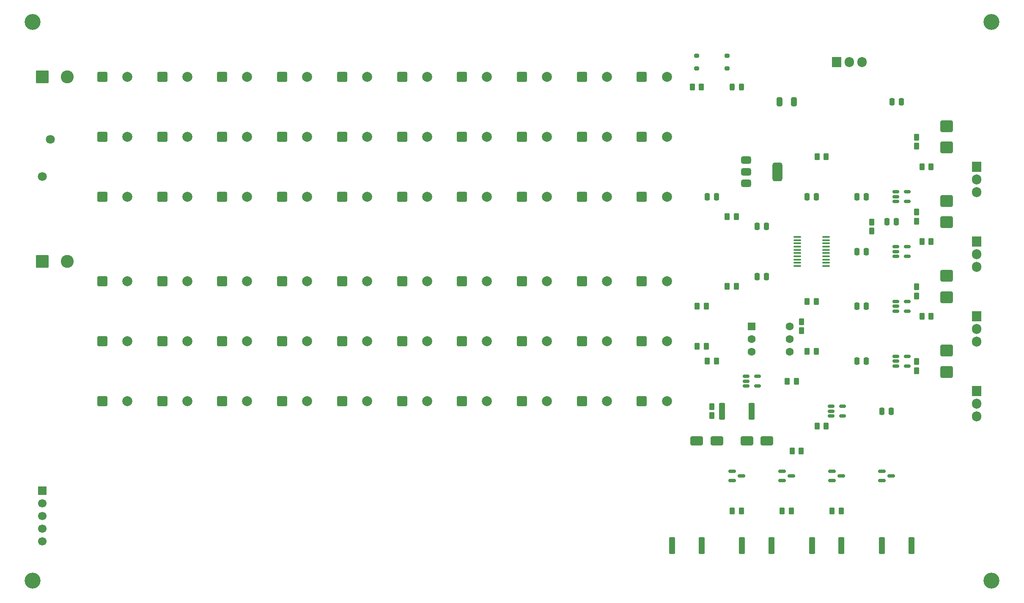
<source format=gts>
%TF.GenerationSoftware,KiCad,Pcbnew,9.0.7*%
%TF.CreationDate,2026-01-18T22:31:57-08:00*%
%TF.ProjectId,softstart,736f6674-7374-4617-9274-2e6b69636164,B*%
%TF.SameCoordinates,Original*%
%TF.FileFunction,Soldermask,Top*%
%TF.FilePolarity,Negative*%
%FSLAX46Y46*%
G04 Gerber Fmt 4.6, Leading zero omitted, Abs format (unit mm)*
G04 Created by KiCad (PCBNEW 9.0.7) date 2026-01-18 22:31:57*
%MOMM*%
%LPD*%
G01*
G04 APERTURE LIST*
G04 Aperture macros list*
%AMRoundRect*
0 Rectangle with rounded corners*
0 $1 Rounding radius*
0 $2 $3 $4 $5 $6 $7 $8 $9 X,Y pos of 4 corners*
0 Add a 4 corners polygon primitive as box body*
4,1,4,$2,$3,$4,$5,$6,$7,$8,$9,$2,$3,0*
0 Add four circle primitives for the rounded corners*
1,1,$1+$1,$2,$3*
1,1,$1+$1,$4,$5*
1,1,$1+$1,$6,$7*
1,1,$1+$1,$8,$9*
0 Add four rect primitives between the rounded corners*
20,1,$1+$1,$2,$3,$4,$5,0*
20,1,$1+$1,$4,$5,$6,$7,0*
20,1,$1+$1,$6,$7,$8,$9,0*
20,1,$1+$1,$8,$9,$2,$3,0*%
G04 Aperture macros list end*
%ADD10RoundRect,0.250000X-0.250000X-0.475000X0.250000X-0.475000X0.250000X0.475000X-0.250000X0.475000X0*%
%ADD11RoundRect,0.250000X-0.325000X-0.650000X0.325000X-0.650000X0.325000X0.650000X-0.325000X0.650000X0*%
%ADD12RoundRect,0.250000X-0.750000X-0.750000X0.750000X-0.750000X0.750000X0.750000X-0.750000X0.750000X0*%
%ADD13C,2.000000*%
%ADD14RoundRect,0.250000X-1.000000X-0.900000X1.000000X-0.900000X1.000000X0.900000X-1.000000X0.900000X0*%
%ADD15RoundRect,0.200000X-0.300000X-0.200000X0.300000X-0.200000X0.300000X0.200000X-0.300000X0.200000X0*%
%ADD16RoundRect,0.250000X-1.000000X-0.650000X1.000000X-0.650000X1.000000X0.650000X-1.000000X0.650000X0*%
%ADD17RoundRect,0.243750X-0.243750X-0.456250X0.243750X-0.456250X0.243750X0.456250X-0.243750X0.456250X0*%
%ADD18RoundRect,0.250000X-1.050000X-1.050000X1.050000X-1.050000X1.050000X1.050000X-1.050000X1.050000X0*%
%ADD19C,2.600000*%
%ADD20R,1.700000X1.700000*%
%ADD21C,1.700000*%
%ADD22R,1.905000X2.000000*%
%ADD23O,1.905000X2.000000*%
%ADD24RoundRect,0.150000X-0.587500X-0.150000X0.587500X-0.150000X0.587500X0.150000X-0.587500X0.150000X0*%
%ADD25RoundRect,0.250000X-0.262500X-0.450000X0.262500X-0.450000X0.262500X0.450000X-0.262500X0.450000X0*%
%ADD26RoundRect,0.250000X-0.362500X-1.425000X0.362500X-1.425000X0.362500X1.425000X-0.362500X1.425000X0*%
%ADD27C,1.800000*%
%ADD28RoundRect,0.100000X-0.637500X-0.100000X0.637500X-0.100000X0.637500X0.100000X-0.637500X0.100000X0*%
%ADD29RoundRect,0.150000X-0.512500X-0.150000X0.512500X-0.150000X0.512500X0.150000X-0.512500X0.150000X0*%
%ADD30RoundRect,0.250000X-0.550000X-0.550000X0.550000X-0.550000X0.550000X0.550000X-0.550000X0.550000X0*%
%ADD31C,1.600000*%
%ADD32RoundRect,0.375000X-0.625000X-0.375000X0.625000X-0.375000X0.625000X0.375000X-0.625000X0.375000X0*%
%ADD33RoundRect,0.500000X-0.500000X-1.400000X0.500000X-1.400000X0.500000X1.400000X-0.500000X1.400000X0*%
%ADD34C,3.200000*%
G04 APERTURE END LIST*
D10*
%TO.C,C1*%
X187550000Y-84000000D03*
X189450000Y-84000000D03*
%TD*%
%TO.C,C2*%
X207550000Y-84000000D03*
X209450000Y-84000000D03*
%TD*%
%TO.C,C3*%
X197550000Y-90000000D03*
X199450000Y-90000000D03*
%TD*%
%TO.C,C4*%
X197550000Y-100000000D03*
X199450000Y-100000000D03*
%TD*%
%TO.C,C5*%
X222550000Y-127000000D03*
X224450000Y-127000000D03*
%TD*%
D11*
%TO.C,C8*%
X202025000Y-65000000D03*
X204975000Y-65000000D03*
%TD*%
D10*
%TO.C,C9*%
X224550000Y-65000000D03*
X226450000Y-65000000D03*
%TD*%
%TO.C,C10*%
X217550000Y-84000000D03*
X219450000Y-84000000D03*
%TD*%
%TO.C,C11*%
X217550000Y-95000000D03*
X219450000Y-95000000D03*
%TD*%
%TO.C,C12*%
X217550000Y-106000000D03*
X219450000Y-106000000D03*
%TD*%
%TO.C,C13*%
X217550000Y-117000000D03*
X219450000Y-117000000D03*
%TD*%
%TO.C,C14*%
X223550000Y-89000000D03*
X225450000Y-89000000D03*
%TD*%
D12*
%TO.C,C101*%
X66500000Y-60000000D03*
D13*
X71500000Y-60000000D03*
%TD*%
D12*
%TO.C,C102*%
X78500000Y-60000000D03*
D13*
X83500000Y-60000000D03*
%TD*%
D12*
%TO.C,C103*%
X90500000Y-60000000D03*
D13*
X95500000Y-60000000D03*
%TD*%
D12*
%TO.C,C104*%
X102500000Y-60000000D03*
D13*
X107500000Y-60000000D03*
%TD*%
D12*
%TO.C,C105*%
X114500000Y-60000000D03*
D13*
X119500000Y-60000000D03*
%TD*%
D12*
%TO.C,C106*%
X126500000Y-60000000D03*
D13*
X131500000Y-60000000D03*
%TD*%
D12*
%TO.C,C107*%
X138500000Y-60000000D03*
D13*
X143500000Y-60000000D03*
%TD*%
D12*
%TO.C,C108*%
X150500000Y-60000000D03*
D13*
X155500000Y-60000000D03*
%TD*%
D12*
%TO.C,C109*%
X162500000Y-60000000D03*
D13*
X167500000Y-60000000D03*
%TD*%
D12*
%TO.C,C110*%
X174500000Y-60000000D03*
D13*
X179500000Y-60000000D03*
%TD*%
D12*
%TO.C,C111*%
X66500000Y-72000000D03*
D13*
X71500000Y-72000000D03*
%TD*%
D12*
%TO.C,C112*%
X78500000Y-72000000D03*
D13*
X83500000Y-72000000D03*
%TD*%
D12*
%TO.C,C113*%
X90500000Y-72000000D03*
D13*
X95500000Y-72000000D03*
%TD*%
D12*
%TO.C,C114*%
X102500000Y-72000000D03*
D13*
X107500000Y-72000000D03*
%TD*%
D12*
%TO.C,C115*%
X114500000Y-72000000D03*
D13*
X119500000Y-72000000D03*
%TD*%
D12*
%TO.C,C116*%
X126500000Y-72000000D03*
D13*
X131500000Y-72000000D03*
%TD*%
D12*
%TO.C,C117*%
X138500000Y-72000000D03*
D13*
X143500000Y-72000000D03*
%TD*%
D12*
%TO.C,C118*%
X150500000Y-72000000D03*
D13*
X155500000Y-72000000D03*
%TD*%
D12*
%TO.C,C119*%
X162500000Y-72000000D03*
D13*
X167500000Y-72000000D03*
%TD*%
D12*
%TO.C,C120*%
X174500000Y-72000000D03*
D13*
X179500000Y-72000000D03*
%TD*%
D12*
%TO.C,C121*%
X66500000Y-84000000D03*
D13*
X71500000Y-84000000D03*
%TD*%
D12*
%TO.C,C122*%
X78500000Y-84000000D03*
D13*
X83500000Y-84000000D03*
%TD*%
D12*
%TO.C,C123*%
X90500000Y-84000000D03*
D13*
X95500000Y-84000000D03*
%TD*%
D12*
%TO.C,C124*%
X102500000Y-84000000D03*
D13*
X107500000Y-84000000D03*
%TD*%
D12*
%TO.C,C125*%
X114500000Y-84000000D03*
D13*
X119500000Y-84000000D03*
%TD*%
D12*
%TO.C,C126*%
X126500000Y-84000000D03*
D13*
X131500000Y-84000000D03*
%TD*%
D12*
%TO.C,C127*%
X138500000Y-84000000D03*
D13*
X143500000Y-84000000D03*
%TD*%
D12*
%TO.C,C128*%
X150500000Y-84000000D03*
D13*
X155500000Y-84000000D03*
%TD*%
D12*
%TO.C,C129*%
X162500000Y-84000000D03*
D13*
X167500000Y-84000000D03*
%TD*%
D12*
%TO.C,C130*%
X174500000Y-84000000D03*
D13*
X179500000Y-84000000D03*
%TD*%
D12*
%TO.C,C131*%
X66500000Y-101000000D03*
D13*
X71500000Y-101000000D03*
%TD*%
D12*
%TO.C,C132*%
X78500000Y-101000000D03*
D13*
X83500000Y-101000000D03*
%TD*%
D12*
%TO.C,C133*%
X90500000Y-101000000D03*
D13*
X95500000Y-101000000D03*
%TD*%
D12*
%TO.C,C134*%
X102500000Y-101000000D03*
D13*
X107500000Y-101000000D03*
%TD*%
D12*
%TO.C,C135*%
X114500000Y-101000000D03*
D13*
X119500000Y-101000000D03*
%TD*%
D12*
%TO.C,C136*%
X126500000Y-101000000D03*
D13*
X131500000Y-101000000D03*
%TD*%
D12*
%TO.C,C137*%
X138500000Y-101000000D03*
D13*
X143500000Y-101000000D03*
%TD*%
D12*
%TO.C,C138*%
X150500000Y-101000000D03*
D13*
X155500000Y-101000000D03*
%TD*%
D12*
%TO.C,C139*%
X162500000Y-101000000D03*
D13*
X167500000Y-101000000D03*
%TD*%
D12*
%TO.C,C140*%
X174500000Y-101000000D03*
D13*
X179500000Y-101000000D03*
%TD*%
D12*
%TO.C,C141*%
X66500000Y-113000000D03*
D13*
X71500000Y-113000000D03*
%TD*%
D12*
%TO.C,C142*%
X78500000Y-113000000D03*
D13*
X83500000Y-113000000D03*
%TD*%
D12*
%TO.C,C143*%
X90500000Y-113000000D03*
D13*
X95500000Y-113000000D03*
%TD*%
D12*
%TO.C,C144*%
X102500000Y-113000000D03*
D13*
X107500000Y-113000000D03*
%TD*%
D12*
%TO.C,C145*%
X114500000Y-113000000D03*
D13*
X119500000Y-113000000D03*
%TD*%
D12*
%TO.C,C146*%
X126500000Y-113000000D03*
D13*
X131500000Y-113000000D03*
%TD*%
D12*
%TO.C,C147*%
X138500000Y-113000000D03*
D13*
X143500000Y-113000000D03*
%TD*%
D12*
%TO.C,C148*%
X150500000Y-113000000D03*
D13*
X155500000Y-113000000D03*
%TD*%
D12*
%TO.C,C149*%
X162500000Y-113000000D03*
D13*
X167500000Y-113000000D03*
%TD*%
D12*
%TO.C,C150*%
X174500000Y-113000000D03*
D13*
X179500000Y-113000000D03*
%TD*%
D12*
%TO.C,C151*%
X66500000Y-125000000D03*
D13*
X71500000Y-125000000D03*
%TD*%
D12*
%TO.C,C152*%
X78500000Y-125000000D03*
D13*
X83500000Y-125000000D03*
%TD*%
D12*
%TO.C,C153*%
X90500000Y-125000000D03*
D13*
X95500000Y-125000000D03*
%TD*%
D12*
%TO.C,C154*%
X102500000Y-125000000D03*
D13*
X107500000Y-125000000D03*
%TD*%
D12*
%TO.C,C155*%
X114500000Y-125000000D03*
D13*
X119500000Y-125000000D03*
%TD*%
D12*
%TO.C,C156*%
X126500000Y-125000000D03*
D13*
X131500000Y-125000000D03*
%TD*%
D12*
%TO.C,C157*%
X138500000Y-125000000D03*
D13*
X143500000Y-125000000D03*
%TD*%
D12*
%TO.C,C158*%
X150500000Y-125000000D03*
D13*
X155500000Y-125000000D03*
%TD*%
D12*
%TO.C,C159*%
X162500000Y-125000000D03*
D13*
X167500000Y-125000000D03*
%TD*%
D12*
%TO.C,C160*%
X174500000Y-125000000D03*
D13*
X179500000Y-125000000D03*
%TD*%
D14*
%TO.C,D1*%
X235500000Y-74150000D03*
X235500000Y-69850000D03*
%TD*%
%TO.C,D2*%
X235500000Y-89150000D03*
X235500000Y-84850000D03*
%TD*%
%TO.C,D3*%
X235500000Y-104150000D03*
X235500000Y-99850000D03*
%TD*%
%TO.C,D4*%
X235500000Y-119150000D03*
X235500000Y-114850000D03*
%TD*%
D15*
%TO.C,D5*%
X185425000Y-55730000D03*
X185425000Y-58270000D03*
X191575000Y-58270000D03*
X191575000Y-55730000D03*
%TD*%
D16*
%TO.C,D6*%
X185500000Y-133000000D03*
X189500000Y-133000000D03*
%TD*%
%TO.C,D7*%
X195500000Y-133000000D03*
X199500000Y-133000000D03*
%TD*%
D17*
%TO.C,D8*%
X192562500Y-62000000D03*
X194437500Y-62000000D03*
%TD*%
D18*
%TO.C,J1*%
X54500000Y-60000000D03*
D19*
X59500000Y-60000000D03*
%TD*%
D18*
%TO.C,J2*%
X54500000Y-97000000D03*
D19*
X59500000Y-97000000D03*
%TD*%
D20*
%TO.C,J3*%
X54500000Y-143000000D03*
D21*
X54500000Y-145540000D03*
X54500000Y-148080000D03*
X54500000Y-150620000D03*
X54500000Y-153160000D03*
%TD*%
D22*
%TO.C,Q1*%
X241500000Y-78000000D03*
D23*
X241500000Y-80540000D03*
X241500000Y-83080000D03*
%TD*%
D22*
%TO.C,Q2*%
X241500000Y-93000000D03*
D23*
X241500000Y-95540000D03*
X241500000Y-98080000D03*
%TD*%
D22*
%TO.C,Q3*%
X241500000Y-108000000D03*
D23*
X241500000Y-110540000D03*
X241500000Y-113080000D03*
%TD*%
D22*
%TO.C,Q4*%
X241500000Y-123000000D03*
D23*
X241500000Y-125540000D03*
X241500000Y-128080000D03*
%TD*%
D24*
%TO.C,Q5*%
X192562500Y-139050000D03*
X192562500Y-140950000D03*
X194437500Y-140000000D03*
%TD*%
%TO.C,Q6*%
X202562500Y-139050000D03*
X202562500Y-140950000D03*
X204437500Y-140000000D03*
%TD*%
%TO.C,Q7*%
X212562500Y-139050000D03*
X212562500Y-140950000D03*
X214437500Y-140000000D03*
%TD*%
%TO.C,Q8*%
X222562500Y-139050000D03*
X222562500Y-140950000D03*
X224437500Y-140000000D03*
%TD*%
D25*
%TO.C,R1*%
X220500000Y-90912500D03*
X220500000Y-89087500D03*
%TD*%
%TO.C,R2*%
X185587500Y-106000000D03*
X187412500Y-106000000D03*
%TD*%
%TO.C,R3*%
X185587500Y-114000000D03*
X187412500Y-114000000D03*
%TD*%
%TO.C,R4*%
X206500000Y-110912500D03*
X206500000Y-109087500D03*
%TD*%
%TO.C,R5*%
X204587500Y-135000000D03*
X206412500Y-135000000D03*
%TD*%
%TO.C,R6*%
X187587500Y-117000000D03*
X189412500Y-117000000D03*
%TD*%
%TO.C,R7*%
X188500000Y-127912500D03*
X188500000Y-126087500D03*
%TD*%
%TO.C,R8*%
X230587500Y-78000000D03*
X232412500Y-78000000D03*
%TD*%
%TO.C,R9*%
X230587500Y-93000000D03*
X232412500Y-93000000D03*
%TD*%
%TO.C,R10*%
X230587500Y-108000000D03*
X232412500Y-108000000D03*
%TD*%
%TO.C,R11*%
X192587500Y-147000000D03*
X194412500Y-147000000D03*
%TD*%
%TO.C,R12*%
X202587500Y-147000000D03*
X204412500Y-147000000D03*
%TD*%
%TO.C,R13*%
X212587500Y-147000000D03*
X214412500Y-147000000D03*
%TD*%
%TO.C,R14*%
X209587500Y-76000000D03*
X211412500Y-76000000D03*
%TD*%
%TO.C,R15*%
X209587500Y-130000000D03*
X211412500Y-130000000D03*
%TD*%
D26*
%TO.C,R16*%
X180537500Y-154000000D03*
X186462500Y-154000000D03*
%TD*%
%TO.C,R17*%
X194537500Y-154000000D03*
X200462500Y-154000000D03*
%TD*%
D25*
%TO.C,R18*%
X191587500Y-88000000D03*
X193412500Y-88000000D03*
%TD*%
%TO.C,R19*%
X191587500Y-102000000D03*
X193412500Y-102000000D03*
%TD*%
%TO.C,R20*%
X203587500Y-121000000D03*
X205412500Y-121000000D03*
%TD*%
%TO.C,R21*%
X207587500Y-105000000D03*
X209412500Y-105000000D03*
%TD*%
%TO.C,R22*%
X207587500Y-115000000D03*
X209412500Y-115000000D03*
%TD*%
D26*
%TO.C,R23*%
X208537500Y-154000000D03*
X214462500Y-154000000D03*
%TD*%
%TO.C,R24*%
X222537500Y-154000000D03*
X228462500Y-154000000D03*
%TD*%
D25*
%TO.C,R25*%
X184587500Y-62000000D03*
X186412500Y-62000000D03*
%TD*%
D27*
%TO.C,RV1*%
X54500000Y-80000000D03*
X56133330Y-72500000D03*
%TD*%
D25*
%TO.C,R_GB1*%
X229500000Y-73912500D03*
X229500000Y-72087500D03*
%TD*%
%TO.C,R_GB2*%
X229500000Y-88912500D03*
X229500000Y-87087500D03*
%TD*%
%TO.C,R_GB3*%
X229500000Y-103912500D03*
X229500000Y-102087500D03*
%TD*%
%TO.C,R_GB4*%
X229500000Y-118912500D03*
X229500000Y-117087500D03*
%TD*%
D26*
%TO.C,R_SHUNT*%
X190537500Y-127000000D03*
X196462500Y-127000000D03*
%TD*%
D28*
%TO.C,U1*%
X205637500Y-92075000D03*
X205637500Y-92725000D03*
X205637500Y-93375000D03*
X205637500Y-94025000D03*
X205637500Y-94675000D03*
X205637500Y-95325000D03*
X205637500Y-95975000D03*
X205637500Y-96625000D03*
X205637500Y-97275000D03*
X205637500Y-97925000D03*
X211362500Y-97925000D03*
X211362500Y-97275000D03*
X211362500Y-96625000D03*
X211362500Y-95975000D03*
X211362500Y-95325000D03*
X211362500Y-94675000D03*
X211362500Y-94025000D03*
X211362500Y-93375000D03*
X211362500Y-92725000D03*
X211362500Y-92075000D03*
%TD*%
D29*
%TO.C,U2*%
X225362500Y-83050000D03*
X225362500Y-84000000D03*
X225362500Y-84950000D03*
X227637500Y-84950000D03*
X227637500Y-83050000D03*
%TD*%
%TO.C,U3*%
X225362500Y-94050000D03*
X225362500Y-95000000D03*
X225362500Y-95950000D03*
X227637500Y-95950000D03*
X227637500Y-94050000D03*
%TD*%
%TO.C,U4*%
X212362500Y-126050000D03*
X212362500Y-127000000D03*
X212362500Y-127950000D03*
X214637500Y-127950000D03*
X214637500Y-126050000D03*
%TD*%
%TO.C,U5*%
X195362500Y-120050000D03*
X195362500Y-121000000D03*
X195362500Y-121950000D03*
X197637500Y-121950000D03*
X197637500Y-120050000D03*
%TD*%
D30*
%TO.C,U6*%
X196500000Y-110000000D03*
D31*
X196500000Y-112540000D03*
X196500000Y-115080000D03*
X204120000Y-115080000D03*
X204120000Y-112540000D03*
X204120000Y-110000000D03*
%TD*%
D22*
%TO.C,U7*%
X213500000Y-57000000D03*
D23*
X216040000Y-57000000D03*
X218580000Y-57000000D03*
%TD*%
D32*
%TO.C,U8*%
X195350000Y-76700000D03*
X195350000Y-79000000D03*
D33*
X201650000Y-79000000D03*
D32*
X195350000Y-81300000D03*
%TD*%
D29*
%TO.C,U9*%
X225362500Y-105050000D03*
X225362500Y-106000000D03*
X225362500Y-106950000D03*
X227637500Y-106950000D03*
X227637500Y-105050000D03*
%TD*%
%TO.C,U10*%
X225362500Y-116050000D03*
X225362500Y-117000000D03*
X225362500Y-117950000D03*
X227637500Y-117950000D03*
X227637500Y-116050000D03*
%TD*%
D34*
%TO.C,H1*%
X52500000Y-49000000D03*
%TD*%
%TO.C,H2*%
X244500000Y-49000000D03*
%TD*%
%TO.C,H3*%
X52500000Y-161000000D03*
%TD*%
%TO.C,H4*%
X244500000Y-161000000D03*
%TD*%
M02*

</source>
